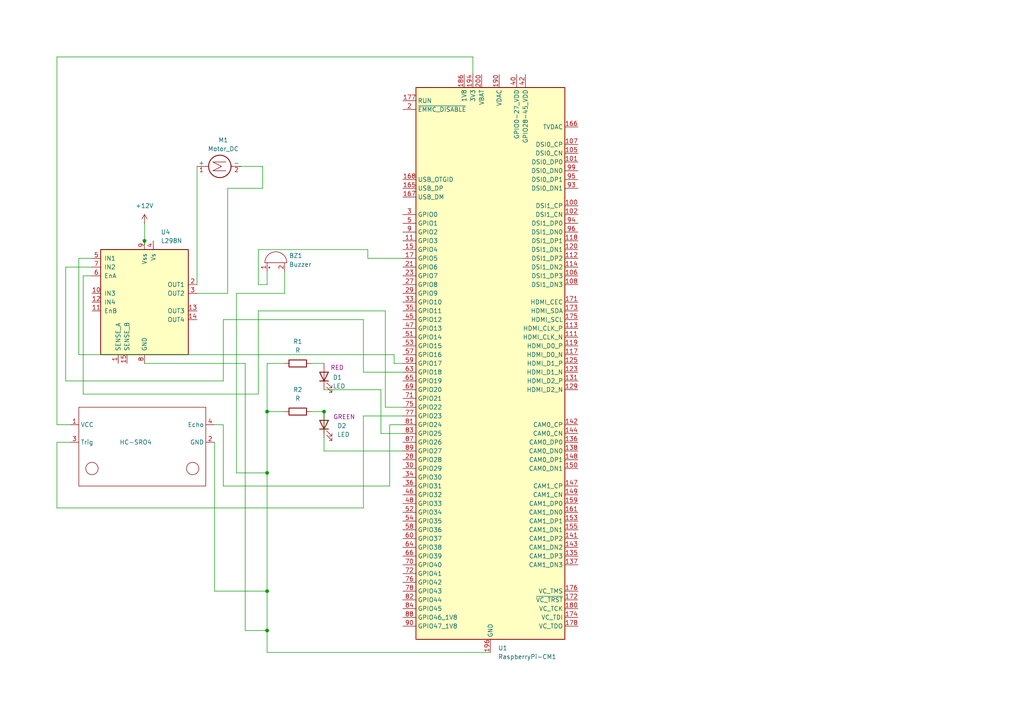
<source format=kicad_sch>
(kicad_sch (version 20231120) (generator "eeschema") (generator_version "8.0")
  (paper "A4")
  (lib_symbols
    (symbol "Device:Buzzer" (pin_names (offset 0.0254) hide)
      (property "Reference" "BZ" (at 3.81 1.27 0))
      (property "Value" "Buzzer" (at 3.81 -1.27 0))
      (symbol "Buzzer_0_1"
        (arc (start 0 -3.175) (mid 3.1612 0) (end 0 3.175))
        (polyline (pts (xy -1.651 1.905) (xy -1.143 1.905)))
        (polyline (pts (xy -1.397 2.159) (xy -1.397 1.651)))
        (polyline (pts (xy 0 3.175) (xy 0 -3.175)))
      )
      (symbol "Buzzer_1_1"
        (pin passive line (at -2.54 2.54 0) (length 2.54) (name "+") (number "1"))
        (pin passive line (at -2.54 -2.54 0) (length 2.54) (name "-") (number "2"))
      )
    )
    (symbol "Device:LED" (pin_numbers hide) (pin_names (offset 1.016) hide)
      (property "Reference" "D" (at 0 2.54 0))
      (property "Value" "LED" (at 0 -2.54 0))
      (symbol "LED_0_1"
        (polyline (pts (xy -1.27 -1.27) (xy -1.27 1.27)) (stroke (width 0.254)))
        (polyline (pts (xy -1.27 0) (xy 1.27 0)))
        (polyline (pts (xy 1.27 -1.27) (xy 1.27 1.27) (xy -1.27 0) (xy 1.27 -1.27)) (stroke (width 0.254)))
        (polyline (pts (xy -3.048 -0.762) (xy -4.572 -2.286) (xy -3.81 -2.286) (xy -4.572 -2.286) (xy -4.572 -1.524)))
        (polyline (pts (xy -1.778 -0.762) (xy -3.302 -2.286) (xy -2.54 -2.286) (xy -3.302 -2.286) (xy -3.302 -1.524)))
      )
      (symbol "LED_1_1"
        (pin passive line (at -3.81 0 0) (length 2.54) (name "K") (number "1"))
        (pin passive line (at 3.81 0 180) (length 2.54) (name "A") (number "2"))
      )
    )
    (symbol "Device:R" (pin_numbers hide) (pin_names (offset 0))
      (property "Reference" "R" (at 2.032 0 90))
      (property "Value" "R" (at 0 0 90))
      (symbol "R_0_1"
        (rectangle (start -1.016 -2.54) (end 1.016 2.54) (stroke (width 0.254)))
      )
      (symbol "R_1_1"
        (pin passive line (at 0 3.81 270) (length 1.27) (name "~") (number "1"))
        (pin passive line (at 0 -3.81 90) (length 1.27) (name "~") (number "2"))
      )
    )
    (symbol "Driver_Motor:L298N" (pin_names (offset 1.016))
      (property "Reference" "U" (at -10.16 16.51 0))
      (property "Value" "L298N" (at 12.7 16.51 0))
      (symbol "L298N_0_1"
        (rectangle (start -12.7 15.24) (end 12.7 -15.24) (stroke (width 0.254)) (fill (type background)))
      )
      (symbol "L298N_1_1"
        (pin power_in line (at -7.62 -17.78 90) (length 2.54) (name "SENSE_A") (number "1"))
        (pin input line (at -15.24 2.54 0) (length 2.54) (name "IN3") (number "10"))
        (pin input line (at -15.24 -2.54 0) (length 2.54) (name "EnB") (number "11"))
        (pin input line (at -15.24 0 0) (length 2.54) (name "IN4") (number "12"))
        (pin output line (at 15.24 -2.54 180) (length 2.54) (name "OUT3") (number "13"))
        (pin output line (at 15.24 -5.08 180) (length 2.54) (name "OUT4") (number "14"))
        (pin power_in line (at -5.08 -17.78 90) (length 2.54) (name "SENSE_B") (number "15"))
        (pin output line (at 15.24 5.08 180) (length 2.54) (name "OUT1") (number "2"))
        (pin output line (at 15.24 2.54 180) (length 2.54) (name "OUT2") (number "3"))
        (pin power_in line (at 2.54 17.78 270) (length 2.54) (name "Vs") (number "4"))
        (pin input line (at -15.24 12.7 0) (length 2.54) (name "IN1") (number "5"))
        (pin input line (at -15.24 7.62 0) (length 2.54) (name "EnA") (number "6"))
        (pin input line (at -15.24 10.16 0) (length 2.54) (name "IN2") (number "7"))
        (pin power_in line (at 0 -17.78 90) (length 2.54) (name "GND") (number "8"))
        (pin power_in line (at 0 17.78 270) (length 2.54) (name "Vss") (number "9"))
      )
    )
    (symbol "MCU_Module:RaspberryPi-CM1"
      (property "Reference" "U" (at -20.32 81.28 0))
      (property "Value" "RaspberryPi-CM1" (at 20.32 81.28 0))
      (symbol "RaspberryPi-CM1_0_1"
        (rectangle (start -21.59 80.01) (end 21.59 -80.01) (stroke (width 0.254)) (fill (type background)))
      )
      (symbol "RaspberryPi-CM1_1_1"
        (pin passive line (at 0 -83.82 90) (length 3.81) hide (name "GND") (number "1"))
        (pin no_connect line (at -20.32 71.12 0) (length 2.54) hide (name "NC") (number "10"))
        (pin output line (at 25.4 45.72 180) (length 3.81) (name "DSI1_CP") (number "100"))
        (pin output line (at 25.4 58.42 180) (length 3.81) (name "DSI0_DP0") (number "101"))
        (pin output line (at 25.4 43.18 180) (length 3.81) (name "DSI1_CN") (number "102"))
        (pin passive line (at 0 -83.82 90) (length 3.81) hide (name "GND") (number "103"))
        (pin passive line (at 0 -83.82 90) (length 3.81) hide (name "GND") (number "104"))
        (pin output line (at 25.4 60.96 180) (length 3.81) (name "DSI0_CN") (number "105"))
        (pin output line (at 25.4 25.4 180) (length 3.81) (name "DSI1_DP3") (number "106"))
        (pin output line (at 25.4 63.5 180) (length 3.81) (name "DSI0_CP") (number "107"))
        (pin output line (at 25.4 22.86 180) (length 3.81) (name "DSI1_DN3") (number "108"))
        (pin passive line (at 0 -83.82 90) (length 3.81) hide (name "GND") (number "109"))
        (pin bidirectional line (at -25.4 35.56 0) (length 3.81) (name "GPIO3") (number "11"))
        (pin passive line (at 0 -83.82 90) (length 3.81) hide (name "GND") (number "110"))
        (pin output line (at 25.4 7.62 180) (length 3.81) (name "HDMI_CLK_N") (number "111"))
        (pin output line (at 25.4 30.48 180) (length 3.81) (name "DSI1_DP2") (number "112"))
        (pin output line (at 25.4 10.16 180) (length 3.81) (name "HDMI_CLK_P") (number "113"))
        (pin output line (at 25.4 27.94 180) (length 3.81) (name "DSI1_DN2") (number "114"))
        (pin passive line (at 0 -83.82 90) (length 3.81) hide (name "GND") (number "115"))
        (pin passive line (at 0 -83.82 90) (length 3.81) hide (name "GND") (number "116"))
        (pin output line (at 25.4 2.54 180) (length 3.81) (name "HDMI_D0_N") (number "117"))
        (pin output line (at 25.4 35.56 180) (length 3.81) (name "DSI1_DP1") (number "118"))
        (pin output line (at 25.4 5.08 180) (length 3.81) (name "HDMI_D0_P") (number "119"))
        (pin no_connect line (at -20.32 68.58 0) (length 2.54) hide (name "NC") (number "12"))
        (pin output line (at 25.4 33.02 180) (length 3.81) (name "DSI1_DN1") (number "120"))
        (pin passive line (at 0 -83.82 90) (length 3.81) hide (name "GND") (number "121"))
        (pin passive line (at 0 -83.82 90) (length 3.81) hide (name "GND") (number "122"))
        (pin output line (at 25.4 -2.54 180) (length 3.81) (name "HDMI_D1_N") (number "123"))
        (pin no_connect line (at 20.32 76.2 180) (length 2.54) hide (name "NC") (number "124"))
        (pin output line (at 25.4 0 180) (length 3.81) (name "HDMI_D1_P") (number "125"))
        (pin no_connect line (at 20.32 73.66 180) (length 2.54) hide (name "NC") (number "126"))
        (pin passive line (at 0 -83.82 90) (length 3.81) hide (name "GND") (number "127"))
        (pin no_connect line (at 20.32 71.12 180) (length 2.54) hide (name "NC") (number "128"))
        (pin output line (at 25.4 -7.62 180) (length 3.81) (name "HDMI_D2_N") (number "129"))
        (pin passive line (at 0 -83.82 90) (length 3.81) hide (name "GND") (number "13"))
        (pin no_connect line (at 20.32 66.04 180) (length 2.54) hide (name "NC") (number "130"))
        (pin output line (at 25.4 -5.08 180) (length 3.81) (name "HDMI_D2_P") (number "131"))
        (pin no_connect line (at 20.32 48.26 180) (length 2.54) hide (name "NC") (number "132"))
        (pin passive line (at 0 -83.82 90) (length 3.81) hide (name "GND") (number "133"))
        (pin passive line (at 0 -83.82 90) (length 3.81) hide (name "GND") (number "134"))
        (pin input line (at 25.4 -55.88 180) (length 3.81) (name "CAM1_DP3") (number "135"))
        (pin input line (at 25.4 -22.86 180) (length 3.81) (name "CAM0_DP0") (number "136"))
        (pin input line (at 25.4 -58.42 180) (length 3.81) (name "CAM1_DN3") (number "137"))
        (pin input line (at 25.4 -25.4 180) (length 3.81) (name "CAM0_DN0") (number "138"))
        (pin passive line (at 0 -83.82 90) (length 3.81) hide (name "GND") (number "139"))
        (pin no_connect line (at 5.08 -78.74 90) (length 2.54) hide (name "NC") (number "14"))
        (pin passive line (at 0 -83.82 90) (length 3.81) hide (name "GND") (number "140"))
        (pin input line (at 25.4 -50.8 180) (length 3.81) (name "CAM1_DP2") (number "141"))
        (pin input line (at 25.4 -17.78 180) (length 3.81) (name "CAM0_CP") (number "142"))
        (pin input line (at 25.4 -53.34 180) (length 3.81) (name "CAM1_DN2") (number "143"))
        (pin input line (at 25.4 -20.32 180) (length 3.81) (name "CAM0_CN") (number "144"))
        (pin passive line (at 0 -83.82 90) (length 3.81) hide (name "GND") (number "145"))
        (pin passive line (at 0 -83.82 90) (length 3.81) hide (name "GND") (number "146"))
        (pin input line (at 25.4 -35.56 180) (length 3.81) (name "CAM1_CP") (number "147"))
        (pin input line (at 25.4 -27.94 180) (length 3.81) (name "CAM0_DP1") (number "148"))
        (pin input line (at 25.4 -38.1 180) (length 3.81) (name "CAM1_CN") (number "149"))
        (pin bidirectional line (at -25.4 33.02 0) (length 3.81) (name "GPIO4") (number "15"))
        (pin input line (at 25.4 -30.48 180) (length 3.81) (name "CAM0_DN1") (number "150"))
        (pin passive line (at 0 -83.82 90) (length 3.81) hide (name "GND") (number "151"))
        (pin passive line (at 0 -83.82 90) (length 3.81) hide (name "GND") (number "152"))
        (pin input line (at 25.4 -45.72 180) (length 3.81) (name "CAM1_DP1") (number "153"))
        (pin no_connect line (at 20.32 -15.24 180) (length 2.54) hide (name "NC") (number "154"))
        (pin input line (at 25.4 -48.26 180) (length 3.81) (name "CAM1_DN1") (number "155"))
        (pin no_connect line (at 20.32 -12.7 180) (length 2.54) hide (name "NC") (number "156"))
        (pin passive line (at 0 -83.82 90) (length 3.81) hide (name "GND") (number "157"))
        (pin no_connect line (at 20.32 20.32 180) (length 2.54) hide (name "NC") (number "158"))
        (pin input line (at 25.4 -40.64 180) (length 3.81) (name "CAM1_DP0") (number "159"))
        (pin no_connect line (at -20.32 66.04 0) (length 2.54) hide (name "NC") (number "16"))
        (pin no_connect line (at 20.32 -60.96 180) (length 2.54) hide (name "NC") (number "160"))
        (pin input line (at 25.4 -43.18 180) (length 3.81) (name "CAM1_DN0") (number "161"))
        (pin no_connect line (at 20.32 -63.5 180) (length 2.54) hide (name "NC") (number "162"))
        (pin passive line (at 0 -83.82 90) (length 3.81) hide (name "GND") (number "163"))
        (pin passive line (at 0 -83.82 90) (length 3.81) hide (name "GND") (number "164"))
        (pin bidirectional line (at -25.4 50.8 0) (length 3.81) (name "USB_DP") (number "165"))
        (pin output line (at 25.4 68.58 180) (length 3.81) (name "TVDAC") (number "166"))
        (pin bidirectional line (at -25.4 48.26 0) (length 3.81) (name "USB_DM") (number "167"))
        (pin passive line (at -25.4 53.34 0) (length 3.81) (name "USB_OTGID") (number "168"))
        (pin passive line (at 0 -83.82 90) (length 3.81) hide (name "GND") (number "169"))
        (pin bidirectional line (at -25.4 30.48 0) (length 3.81) (name "GPIO5") (number "17"))
        (pin passive line (at 0 -83.82 90) (length 3.81) hide (name "GND") (number "170"))
        (pin bidirectional line (at 25.4 17.78 180) (length 3.81) (name "HDMI_CEC") (number "171"))
        (pin input line (at 25.4 -68.58 180) (length 3.81) (name "~{VC_TRST}") (number "172"))
        (pin bidirectional line (at 25.4 15.24 180) (length 3.81) (name "HDMI_SDA") (number "173"))
        (pin input line (at 25.4 -73.66 180) (length 3.81) (name "VC_TDI") (number "174"))
        (pin bidirectional line (at 25.4 12.7 180) (length 3.81) (name "HDMI_SCL") (number "175"))
        (pin input line (at 25.4 -66.04 180) (length 3.81) (name "VC_TMS") (number "176"))
        (pin input line (at -25.4 76.2 0) (length 3.81) (name "RUN") (number "177"))
        (pin output line (at 25.4 -76.2 180) (length 3.81) (name "VC_TDO") (number "178"))
        (pin no_connect line (at 0 78.74 270) (length 2.54) hide (name "VDD_CORE_(DO_NOT_CONNECT)") (number "179"))
        (pin no_connect line (at -20.32 63.5 0) (length 2.54) hide (name "NC") (number "18"))
        (pin input line (at 25.4 -71.12 180) (length 3.81) (name "VC_TCK") (number "180"))
        (pin passive line (at 0 -83.82 90) (length 3.81) hide (name "GND") (number "181"))
        (pin passive line (at 0 -83.82 90) (length 3.81) hide (name "GND") (number "182"))
        (pin passive line (at -7.62 83.82 270) (length 3.81) hide (name "1V8") (number "183"))
        (pin passive line (at -7.62 83.82 270) (length 3.81) hide (name "1V8") (number "184"))
        (pin passive line (at -7.62 83.82 270) (length 3.81) hide (name "1V8") (number "185"))
        (pin power_in line (at -7.62 83.82 270) (length 3.81) (name "1V8") (number "186"))
        (pin passive line (at 0 -83.82 90) (length 3.81) hide (name "GND") (number "187"))
        (pin passive line (at 0 -83.82 90) (length 3.81) hide (name "GND") (number "188"))
        (pin passive line (at 2.54 83.82 270) (length 3.81) hide (name "VDAC") (number "189"))
        (pin passive line (at 0 -83.82 90) (length 3.81) hide (name "GND") (number "19"))
        (pin power_in line (at 2.54 83.82 270) (length 3.81) (name "VDAC") (number "190"))
        (pin passive line (at -5.08 83.82 270) (length 3.81) hide (name "3V3") (number "191"))
        (pin passive line (at -5.08 83.82 270) (length 3.81) hide (name "3V3") (number "192"))
        (pin passive line (at -5.08 83.82 270) (length 3.81) hide (name "3V3") (number "193"))
        (pin power_in line (at -5.08 83.82 270) (length 3.81) (name "3V3") (number "194"))
        (pin passive line (at 0 -83.82 90) (length 3.81) hide (name "GND") (number "195"))
        (pin power_out line (at 0 -83.82 90) (length 3.81) (name "GND") (number "196"))
        (pin passive line (at -2.54 83.82 270) (length 3.81) hide (name "VBAT") (number "197"))
        (pin passive line (at -2.54 83.82 270) (length 3.81) hide (name "VBAT") (number "198"))
        (pin passive line (at -2.54 83.82 270) (length 3.81) hide (name "VBAT") (number "199"))
        (pin input line (at -25.4 73.66 0) (length 3.81) (name "~{EMMC_DISABLE}") (number "2"))
        (pin no_connect line (at 7.62 -78.74 90) (length 2.54) hide (name "NC") (number "20"))
        (pin power_in line (at -2.54 83.82 270) (length 3.81) (name "VBAT") (number "200"))
        (pin bidirectional line (at -25.4 27.94 0) (length 3.81) (name "GPIO6") (number "21"))
        (pin no_connect line (at -20.32 60.96 0) (length 2.54) hide (name "NC") (number "22"))
        (pin bidirectional line (at -25.4 25.4 0) (length 3.81) (name "GPIO7") (number "23"))
        (pin no_connect line (at -20.32 58.42 0) (length 2.54) hide (name "NC") (number "24"))
        (pin passive line (at 0 -83.82 90) (length 3.81) hide (name "GND") (number "25"))
        (pin passive line (at 0 -83.82 90) (length 3.81) hide (name "GND") (number "26"))
        (pin bidirectional line (at -25.4 22.86 0) (length 3.81) (name "GPIO8") (number "27"))
        (pin bidirectional line (at -25.4 -27.94 0) (length 3.81) (name "GPIO28") (number "28"))
        (pin bidirectional line (at -25.4 20.32 0) (length 3.81) (name "GPIO9") (number "29"))
        (pin bidirectional line (at -25.4 43.18 0) (length 3.81) (name "GPIO0") (number "3"))
        (pin bidirectional line (at -25.4 -30.48 0) (length 3.81) (name "GPIO29") (number "30"))
        (pin passive line (at 0 -83.82 90) (length 3.81) hide (name "GND") (number "31"))
        (pin passive line (at 0 -83.82 90) (length 3.81) hide (name "GND") (number "32"))
        (pin bidirectional line (at -25.4 17.78 0) (length 3.81) (name "GPIO10") (number "33"))
        (pin bidirectional line (at -25.4 -33.02 0) (length 3.81) (name "GPIO30") (number "34"))
        (pin bidirectional line (at -25.4 15.24 0) (length 3.81) (name "GPIO11") (number "35"))
        (pin bidirectional line (at -25.4 -35.56 0) (length 3.81) (name "GPIO31") (number "36"))
        (pin passive line (at 0 -83.82 90) (length 3.81) hide (name "GND") (number "37"))
        (pin passive line (at 0 -83.82 90) (length 3.81) hide (name "GND") (number "38"))
        (pin passive line (at 7.62 83.82 270) (length 3.81) hide (name "GPIO0-27_VDD") (number "39"))
        (pin no_connect line (at 5.08 78.74 270) (length 2.54) hide (name "NC") (number "4"))
        (pin power_in line (at 7.62 83.82 270) (length 3.81) (name "GPIO0-27_VDD") (number "40"))
        (pin passive line (at 10.16 83.82 270) (length 3.81) hide (name "GPIO28-45_VDD") (number "41"))
        (pin power_in line (at 10.16 83.82 270) (length 3.81) (name "GPIO28-45_VDD") (number "42"))
        (pin passive line (at 0 -83.82 90) (length 3.81) hide (name "GND") (number "43"))
        (pin passive line (at 0 -83.82 90) (length 3.81) hide (name "GND") (number "44"))
        (pin bidirectional line (at -25.4 12.7 0) (length 3.81) (name "GPIO12") (number "45"))
        (pin bidirectional line (at -25.4 -38.1 0) (length 3.81) (name "GPIO32") (number "46"))
        (pin bidirectional line (at -25.4 10.16 0) (length 3.81) (name "GPIO13") (number "47"))
        (pin bidirectional line (at -25.4 -40.64 0) (length 3.81) (name "GPIO33") (number "48"))
        (pin passive line (at 0 -83.82 90) (length 3.81) hide (name "GND") (number "49"))
        (pin bidirectional line (at -25.4 40.64 0) (length 3.81) (name "GPIO1") (number "5"))
        (pin passive line (at 0 -83.82 90) (length 3.81) hide (name "GND") (number "50"))
        (pin bidirectional line (at -25.4 7.62 0) (length 3.81) (name "GPIO14") (number "51"))
        (pin bidirectional line (at -25.4 -43.18 0) (length 3.81) (name "GPIO34") (number "52"))
        (pin bidirectional line (at -25.4 5.08 0) (length 3.81) (name "GPIO15") (number "53"))
        (pin bidirectional line (at -25.4 -45.72 0) (length 3.81) (name "GPIO35") (number "54"))
        (pin passive line (at 0 -83.82 90) (length 3.81) hide (name "GND") (number "55"))
        (pin passive line (at 0 -83.82 90) (length 3.81) hide (name "GND") (number "56"))
        (pin bidirectional line (at -25.4 2.54 0) (length 3.81) (name "GPIO16") (number "57"))
        (pin bidirectional line (at -25.4 -48.26 0) (length 3.81) (name "GPIO36") (number "58"))
        (pin bidirectional line (at -25.4 0 0) (length 3.81) (name "GPIO17") (number "59"))
        (pin no_connect line (at 12.7 78.74 270) (length 2.54) hide (name "NC") (number "6"))
        (pin bidirectional line (at -25.4 -50.8 0) (length 3.81) (name "GPIO37") (number "60"))
        (pin passive line (at 0 -83.82 90) (length 3.81) hide (name "GND") (number "61"))
        (pin passive line (at 0 -83.82 90) (length 3.81) hide (name "GND") (number "62"))
        (pin bidirectional line (at -25.4 -2.54 0) (length 3.81) (name "GPIO18") (number "63"))
        (pin bidirectional line (at -25.4 -53.34 0) (length 3.81) (name "GPIO38") (number "64"))
        (pin bidirectional line (at -25.4 -5.08 0) (length 3.81) (name "GPIO19") (number "65"))
        (pin bidirectional line (at -25.4 -55.88 0) (length 3.81) (name "GPIO39") (number "66"))
        (pin passive line (at 0 -83.82 90) (length 3.81) hide (name "GND") (number "67"))
        (pin passive line (at 0 -83.82 90) (length 3.81) hide (name "GND") (number "68"))
        (pin bidirectional line (at -25.4 -7.62 0) (length 3.81) (name "GPIO20") (number "69"))
        (pin passive line (at 0 -83.82 90) (length 3.81) hide (name "GND") (number "7"))
        (pin bidirectional line (at -25.4 -58.42 0) (length 3.81) (name "GPIO40") (number "70"))
        (pin bidirectional line (at -25.4 -10.16 0) (length 3.81) (name "GPIO21") (number "71"))
        (pin bidirectional line (at -25.4 -60.96 0) (length 3.81) (name "GPIO41") (number "72"))
        (pin passive line (at 0 -83.82 90) (length 3.81) hide (name "GND") (number "73"))
        (pin passive line (at 0 -83.82 90) (length 3.81) hide (name "GND") (number "74"))
        (pin bidirectional line (at -25.4 -12.7 0) (length 3.81) (name "GPIO22") (number "75"))
        (pin bidirectional line (at -25.4 -63.5 0) (length 3.81) (name "GPIO42") (number "76"))
        (pin bidirectional line (at -25.4 -15.24 0) (length 3.81) (name "GPIO23") (number "77"))
        (pin bidirectional line (at -25.4 -66.04 0) (length 3.81) (name "GPIO43") (number "78"))
        (pin passive line (at 0 -83.82 90) (length 3.81) hide (name "GND") (number "79"))
        (pin no_connect line (at 2.54 -78.74 90) (length 2.54) hide (name "NC") (number "8"))
        (pin passive line (at 0 -83.82 90) (length 3.81) hide (name "GND") (number "80"))
        (pin bidirectional line (at -25.4 -17.78 0) (length 3.81) (name "GPIO24") (number "81"))
        (pin bidirectional line (at -25.4 -68.58 0) (length 3.81) (name "GPIO44") (number "82"))
        (pin bidirectional line (at -25.4 -20.32 0) (length 3.81) (name "GPIO25") (number "83"))
        (pin bidirectional line (at -25.4 -71.12 0) (length 3.81) (name "GPIO45") (number "84"))
        (pin passive line (at 0 -83.82 90) (length 3.81) hide (name "GND") (number "85"))
        (pin passive line (at 0 -83.82 90) (length 3.81) hide (name "GND") (number "86"))
        (pin bidirectional line (at -25.4 -22.86 0) (length 3.81) (name "GPIO26") (number "87"))
        (pin bidirectional line (at -25.4 -73.66 0) (length 3.81) (name "GPIO46_1V8") (number "88"))
        (pin bidirectional line (at -25.4 -25.4 0) (length 3.81) (name "GPIO27") (number "89"))
        (pin bidirectional line (at -25.4 38.1 0) (length 3.81) (name "GPIO2") (number "9"))
        (pin bidirectional line (at -25.4 -76.2 0) (length 3.81) (name "GPIO47_1V8") (number "90"))
        (pin passive line (at 0 -83.82 90) (length 3.81) hide (name "GND") (number "91"))
        (pin passive line (at 0 -83.82 90) (length 3.81) hide (name "GND") (number "92"))
        (pin output line (at 25.4 50.8 180) (length 3.81) (name "DSI0_DN1") (number "93"))
        (pin output line (at 25.4 40.64 180) (length 3.81) (name "DSI1_DP0") (number "94"))
        (pin output line (at 25.4 53.34 180) (length 3.81) (name "DSI0_DP1") (number "95"))
        (pin output line (at 25.4 38.1 180) (length 3.81) (name "DSI1_DN0") (number "96"))
        (pin passive line (at 0 -83.82 90) (length 3.81) hide (name "GND") (number "97"))
        (pin passive line (at 0 -83.82 90) (length 3.81) hide (name "GND") (number "98"))
        (pin output line (at 25.4 55.88 180) (length 3.81) (name "DSI0_DN0") (number "99"))
      )
    )
    (symbol "Motor:Motor_DC" (pin_names (offset 0))
      (property "Reference" "M" (at 2.54 2.54 0))
      (property "Value" "Motor_DC" (at 2.54 -5.08 0))
      (symbol "Motor_DC_0_0"
        (polyline (pts (xy -1.27 -3.302) (xy -1.27 0.508) (xy 0 -2.032) (xy 1.27 0.508) (xy 1.27 -3.302)))
      )
      (symbol "Motor_DC_0_1"
        (circle (center 0 -1.524) (radius 3.2512) (stroke (width 0.254)))
        (polyline (pts (xy 0 -7.62) (xy 0 -7.112)))
        (polyline (pts (xy 0 -4.7752) (xy 0 -5.1816)))
        (polyline (pts (xy 0 1.7272) (xy 0 2.0828)))
        (polyline (pts (xy 0 2.032) (xy 0 2.54)))
      )
      (symbol "Motor_DC_1_1"
        (pin passive line (at 0 5.08 270) (length 2.54) (name "+") (number "1"))
        (pin passive line (at 0 -7.62 90) (length 2.54) (name "-") (number "2"))
      )
    )
    (symbol "New_Library:HC-SR04"
      (property "Value" "HC-SRO4" (at 0 0 0))
      (symbol "HC-SR04_0_1"
        (rectangle (start -16.51 10.16) (end 20.32 -12.7))
        (circle (center -12.7 -7.62) (radius 1.7961))
        (circle (center 16.51 -7.62) (radius 1.7961))
      )
      (symbol "HC-SR04_1_1"
        (pin input line (at -19.05 5.08 0) (length 2.54) (name "VCC") (number "1"))
        (pin power_in line (at 22.86 0 180) (length 2.54) (name "GND") (number "2"))
        (pin input line (at -19.05 0 0) (length 2.54) (name "Trig") (number "3"))
        (pin output line (at 22.86 5.08 180) (length 2.54) (name "Echo") (number "4"))
      )
    )
    (symbol "power:+12V" (power) (pin_numbers hide) (pin_names (offset 0) hide)
      (property "Value" "+12V" (at 0 3.556 0))
      (symbol "+12V_0_1"
        (polyline (pts (xy -0.762 1.27) (xy 0 2.54)))
        (polyline (pts (xy 0 0) (xy 0 2.54)))
        (polyline (pts (xy 0 2.54) (xy 0.762 1.27)))
      )
      (symbol "+12V_1_1"
        (pin power_in line (at 0 0 90) (length 0) (name "~") (number "1"))
      )
    )
  )
  (junction (at 77.47 137.16))
  (junction (at 77.47 171.45))
  (junction (at 93.98 119.38))
  (junction (at 77.47 182.88))
  (junction (at 41.91 69.85))
  (junction (at 77.47 119.38))
  (wire (pts (xy 16.51 128.27) (xy 16.51 147.32)))
  (wire (pts (xy 77.47 78.74) (xy 77.47 82.55)))
  (wire (pts (xy 74.93 90.17) (xy 111.76 90.17)))
  (wire (pts (xy 41.91 71.12) (xy 41.91 69.85)))
  (wire (pts (xy 71.12 182.88) (xy 77.47 182.88)))
  (wire (pts (xy 116.84 107.95) (xy 105.41 107.95)))
  (wire (pts (xy 26.67 74.93) (xy 22.86 74.93)))
  (wire (pts (xy 64.77 92.71) (xy 64.77 110.49)))
  (wire (pts (xy 41.91 64.77) (xy 41.91 69.85)))
  (wire (pts (xy 77.47 105.41) (xy 82.55 105.41)))
  (wire (pts (xy 22.86 102.87) (xy 114.3 102.87)))
  (wire (pts (xy 62.23 128.27) (xy 62.23 171.45)))
  (wire (pts (xy 19.05 77.47) (xy 26.67 77.47)))
  (wire (pts (xy 106.68 72.39) (xy 106.68 74.93)))
  (wire (pts (xy 82.55 85.09) (xy 68.58 85.09)))
  (wire (pts (xy 16.51 123.19) (xy 16.51 16.51)))
  (wire (pts (xy 105.41 92.71) (xy 64.77 92.71)))
  (wire (pts (xy 64.77 123.19) (xy 64.77 140.97)))
  (wire (pts (xy 110.49 125.73) (xy 116.84 125.73)))
  (wire (pts (xy 68.58 85.09) (xy 68.58 137.16)))
  (wire (pts (xy 82.55 78.74) (xy 82.55 85.09)))
  (wire (pts (xy 90.17 105.41) (xy 93.98 105.41)))
  (wire (pts (xy 62.23 171.45) (xy 77.47 171.45)))
  (wire (pts (xy 64.77 110.49) (xy 19.05 110.49)))
  (wire (pts (xy 57.15 85.09) (xy 66.04 85.09)))
  (wire (pts (xy 106.68 74.93) (xy 116.84 74.93)))
  (wire (pts (xy 137.16 16.51) (xy 137.16 21.59)))
  (wire (pts (xy 74.93 114.3) (xy 74.93 90.17)))
  (wire (pts (xy 110.49 113.03) (xy 110.49 125.73)))
  (wire (pts (xy 24.13 114.3) (xy 24.13 80.01)))
  (wire (pts (xy 74.93 72.39) (xy 106.68 72.39)))
  (wire (pts (xy 71.12 105.41) (xy 71.12 182.88)))
  (wire (pts (xy 77.47 137.16) (xy 77.47 119.38)))
  (wire (pts (xy 93.98 119.38) (xy 93.98 125.73)))
  (wire (pts (xy 16.51 147.32) (xy 105.41 147.32)))
  (wire (pts (xy 105.41 120.65) (xy 116.84 120.65)))
  (wire (pts (xy 24.13 80.01) (xy 26.67 80.01)))
  (wire (pts (xy 64.77 140.97) (xy 113.03 140.97)))
  (wire (pts (xy 76.2 54.61) (xy 76.2 48.26)))
  (wire (pts (xy 66.04 85.09) (xy 66.04 54.61)))
  (wire (pts (xy 62.23 123.19) (xy 64.77 123.19)))
  (wire (pts (xy 114.3 105.41) (xy 116.84 105.41)))
  (wire (pts (xy 93.98 130.81) (xy 116.84 130.81)))
  (wire (pts (xy 93.98 127) (xy 93.98 130.81)))
  (wire (pts (xy 74.93 82.55) (xy 74.93 72.39)))
  (wire (pts (xy 68.58 137.16) (xy 77.47 137.16)))
  (wire (pts (xy 66.04 54.61) (xy 76.2 54.61)))
  (wire (pts (xy 105.41 107.95) (xy 105.41 92.71)))
  (wire (pts (xy 77.47 119.38) (xy 82.55 119.38)))
  (wire (pts (xy 41.91 105.41) (xy 71.12 105.41)))
  (wire (pts (xy 76.2 48.26) (xy 69.85 48.26)))
  (wire (pts (xy 20.32 123.19) (xy 16.51 123.19)))
  (wire (pts (xy 16.51 16.51) (xy 137.16 16.51)))
  (wire (pts (xy 77.47 171.45) (xy 77.47 137.16)))
  (wire (pts (xy 77.47 182.88) (xy 77.47 189.23)))
  (wire (pts (xy 113.03 123.19) (xy 116.84 123.19)))
  (wire (pts (xy 113.03 140.97) (xy 113.03 123.19)))
  (wire (pts (xy 111.76 90.17) (xy 111.76 118.11)))
  (wire (pts (xy 20.32 128.27) (xy 16.51 128.27)))
  (wire (pts (xy 111.76 118.11) (xy 116.84 118.11)))
  (wire (pts (xy 19.05 110.49) (xy 19.05 77.47)))
  (wire (pts (xy 77.47 119.38) (xy 77.47 105.41)))
  (wire (pts (xy 24.13 114.3) (xy 74.93 114.3)))
  (wire (pts (xy 114.3 102.87) (xy 114.3 105.41)))
  (wire (pts (xy 105.41 147.32) (xy 105.41 120.65)))
  (wire (pts (xy 90.17 119.38) (xy 93.98 119.38)))
  (wire (pts (xy 93.98 113.03) (xy 110.49 113.03)))
  (wire (pts (xy 22.86 74.93) (xy 22.86 102.87)))
  (wire (pts (xy 77.47 171.45) (xy 77.47 182.88)))
  (wire (pts (xy 77.47 189.23) (xy 142.24 189.23)))
  (wire (pts (xy 77.47 82.55) (xy 74.93 82.55)))
  (wire (pts (xy 57.15 48.26) (xy 57.15 82.55)))
  (symbol (lib_id "Device:LED") (at 93.98 123.19 90) (unit 1)
    (property "Reference" "D2" (at 97.79 123.5074 90) (effects (justify right)))
    (property "Value" "LED" (at 97.79 126.0474 90) (effects (justify right)))
    (property "Footprint" "LED_THT:LED_D3.0mm" (effects (hide yes)))
    (property "Description" "GREEN" (at 99.822 120.904 90))
  )
  (symbol (lib_id "Motor:Motor_DC") (at 62.23 48.26 90) (unit 1)
    (property "Reference" "M1" (at 64.77 40.64 90))
    (property "Value" "Motor_DC" (at 64.77 43.18 90))
    (property "Description" "DC Motor" (effects (hide yes)))
  )
  (symbol (lib_id "Device:R") (at 86.36 119.38 90) (unit 1)
    (property "Reference" "R2" (at 86.36 113.03 90))
    (property "Value" "R" (at 86.36 115.57 90))
    (property "Description" "Resistor" (effects (hide yes)))
  )
  (symbol (lib_id "power:+12V") (at 41.91 64.77 0) (unit 1)
    (property "Reference" "#PWR01" (effects (hide yes)))
    (property "Value" "+12V" (at 41.91 59.69 0))
    (property "Description" "Power symbol creates a global label with name \"+12V\"" (effects (hide yes)))
  )
  (symbol (lib_id "Device:R") (at 86.36 105.41 90) (unit 1)
    (property "Reference" "R1" (at 86.36 99.06 90))
    (property "Value" "R" (at 86.36 101.6 90))
    (property "Description" "Resistor" (effects (hide yes)))
  )
  (symbol (lib_id "New_Library:HC-SR04") (at 39.37 128.27 0) (unit 1)
    (property "Reference" "U3" (effects (hide yes)))
    (property "Value" "HC-SRO4" (at 39.37 128.27 0))
  )
  (symbol (lib_id "Device:Buzzer") (at 80.01 76.2 90) (unit 1)
    (property "Reference" "BZ1" (at 83.82 74.1748 90) (effects (justify right)))
    (property "Value" "Buzzer" (at 83.82 76.7148 90) (effects (justify right)))
    (property "Description" "Buzzer, polarized" (effects (hide yes)))
  )
  (symbol (lib_id "MCU_Module:RaspberryPi-CM1") (at 142.24 105.41 0) (unit 1)
    (property "Reference" "U1" (at 144.4341 187.96 0) (effects (justify left)))
    (property "Value" "RaspberryPi-CM1" (at 144.4341 190.5 0) (effects (justify left)))
    (property "Datasheet" "https://www.raspberrypi.org/documentation/hardware/computemodule/datasheets/rpi_DATA_CM_1p0.pdf" (effects (hide yes)))
    (property "Description" "BCM2835 Broadcom 700 MZ single core, 512 MB RAM 4 GB eMMC, industrial SoM computer" (effects (hide yes)))
  )
  (symbol (lib_id "Device:LED") (at 93.98 109.22 90) (unit 1)
    (property "Reference" "D1" (at 96.52 109.474 90) (effects (justify right)))
    (property "Value" "LED" (at 96.52 112.014 90) (effects (justify right)))
    (property "Footprint" "LED_THT:LED_D3.0mm" (effects (hide yes)))
    (property "Description" "RED" (at 97.79 106.6166 90))
  )
  (symbol (lib_id "Driver_Motor:L298N") (at 41.91 87.63 0) (unit 1)
    (property "Reference" "U4" (at 46.6441 67.31 0) (effects (justify left)))
    (property "Value" "L298N" (at 46.6441 69.85 0) (effects (justify left)))
    (property "Footprint" "Package_TO_SOT_THT:TO-220-15_P2.54x2.54mm_StaggerOdd_Lead4.58mm_Vertical" (effects (hide yes)))
    (property "Datasheet" "http://www.st.com/st-web-ui/static/active/en/resource/technical/document/datasheet/CD00000240.pdf" (effects (hide yes)))
    (property "Description" "Dual full bridge motor driver, up to 46V, 4A, Multiwatt15-V" (effects (hide yes)))
  )
)
</source>
